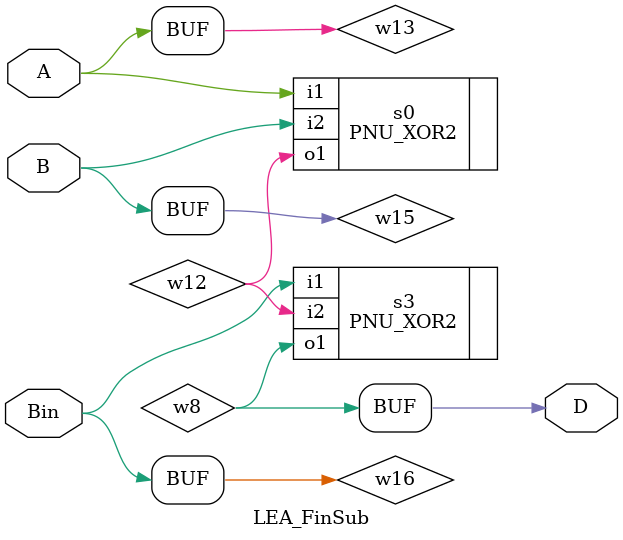
<source format=v>
module LEA_FinSub(A,B,Bin,D);

input A;
input B;
input Bin;
output D;

wire  w8;
wire  w13;
wire  w15;
wire  w12;
wire  w16;

assign w13 = A;
assign w15 = B;
assign w16 = Bin;
assign D = w8;

PNU_XOR2
     s0 (
      .i1(w13),
      .i2(w15),
      .o1(w12));

PNU_XOR2
     s3 (
      .o1(w8),
      .i2(w12),
      .i1(w16));

endmodule


</source>
